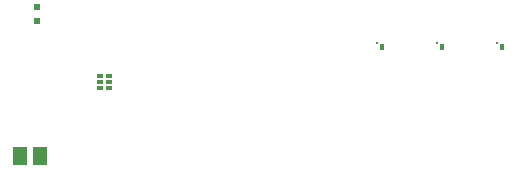
<source format=gbr>
G04 EAGLE Gerber RS-274X export*
G75*
%MOMM*%
%FSLAX34Y34*%
%LPD*%
%INSolderpaste Top*%
%IPPOS*%
%AMOC8*
5,1,8,0,0,1.08239X$1,22.5*%
G01*
%ADD10R,0.304800X0.152400*%
%ADD11R,0.406400X0.152400*%
%ADD12R,0.152400X0.152400*%
%ADD13R,1.300000X1.500000*%
%ADD14R,0.520000X0.300000*%
%ADD15R,0.490000X0.300000*%
%ADD16R,0.508000X0.609600*%


D10*
X558800Y221820D03*
D11*
X558800Y223520D03*
D10*
X558800Y225220D03*
D12*
X555200Y227120D03*
D13*
X218812Y131064D03*
X201812Y131064D03*
D10*
X508000Y221820D03*
D11*
X508000Y223520D03*
D10*
X508000Y225220D03*
D12*
X504400Y227120D03*
D10*
X609600Y221820D03*
D11*
X609600Y223520D03*
D10*
X609600Y225220D03*
D12*
X606000Y227120D03*
D14*
X269504Y198548D03*
D15*
X269554Y193548D03*
X269554Y188548D03*
X277054Y188548D03*
X277054Y193548D03*
X277054Y198548D03*
D16*
X215900Y245872D03*
X215900Y257048D03*
M02*

</source>
